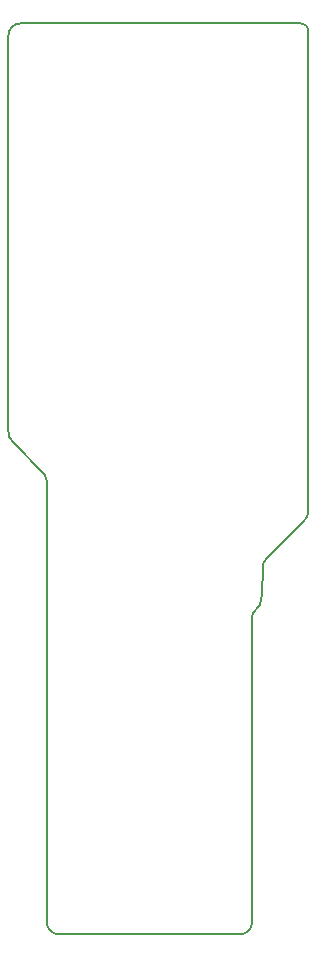
<source format=gm1>
G04 #@! TF.GenerationSoftware,KiCad,Pcbnew,5.1.8-db9833491~88~ubuntu16.04.1*
G04 #@! TF.CreationDate,2020-12-23T08:51:26-07:00*
G04 #@! TF.ProjectId,PoNS,506f4e53-2e6b-4696-9361-645f70636258,rev?*
G04 #@! TF.SameCoordinates,Original*
G04 #@! TF.FileFunction,Profile,NP*
%FSLAX46Y46*%
G04 Gerber Fmt 4.6, Leading zero omitted, Abs format (unit mm)*
G04 Created by KiCad (PCBNEW 5.1.8-db9833491~88~ubuntu16.04.1) date 2020-12-23 08:51:26*
%MOMM*%
%LPD*%
G01*
G04 APERTURE LIST*
G04 #@! TA.AperFunction,Profile*
%ADD10C,0.150000*%
G04 #@! TD*
G04 APERTURE END LIST*
D10*
X158313591Y-109118400D02*
X158372723Y-106692557D01*
X158313591Y-109118400D02*
G75*
G02*
X157581598Y-110540799I-1747991J0D01*
G01*
X157480000Y-110845600D02*
G75*
G02*
X157581599Y-110540800I507999J1D01*
G01*
X157480000Y-136753600D02*
X157480000Y-110845600D01*
X136855200Y-64617600D02*
X136855200Y-65227200D01*
X161645600Y-60655200D02*
G75*
G02*
X162255200Y-61264800I0J-609600D01*
G01*
X149860000Y-60655200D02*
X161645600Y-60655200D01*
X140614400Y-60655200D02*
X149860000Y-60655200D01*
X137871200Y-60655200D02*
X140614400Y-60655200D01*
X137180613Y-96007583D02*
X139918010Y-98844458D01*
X136855200Y-61671200D02*
G75*
G02*
X137871200Y-60655200I1016000J0D01*
G01*
X136855200Y-64617600D02*
X136855200Y-61671200D01*
X162255200Y-67360800D02*
X162255200Y-61264800D01*
X136855200Y-78638400D02*
X136855200Y-65227200D01*
X136855200Y-81076800D02*
X136855200Y-78638400D01*
X136855200Y-87680800D02*
X136855200Y-81076800D01*
X162255200Y-86563200D02*
X162255200Y-67360800D01*
X136855200Y-95199200D02*
X136855200Y-87680800D01*
X137180613Y-96007583D02*
G75*
G02*
X136855200Y-95199200I588986J706784D01*
G01*
X139918010Y-98844458D02*
G75*
G02*
X140106400Y-99364800I-624410J-520342D01*
G01*
X140106400Y-107391200D02*
X140106400Y-99364800D01*
X162255200Y-101803200D02*
X162255200Y-86563200D01*
X161730498Y-102922190D02*
X158699828Y-105981358D01*
X162255200Y-101803199D02*
G75*
G02*
X161730498Y-102922190I-1235901J-102992D01*
G01*
X158372723Y-106692557D02*
G75*
G02*
X158699828Y-105981358I936704J0D01*
G01*
X141122400Y-137769600D02*
X156464000Y-137769600D01*
X140106400Y-136753600D02*
X140106400Y-107391200D01*
X141122400Y-137769600D02*
G75*
G02*
X140106400Y-136753600I0J1016000D01*
G01*
X157480000Y-136753600D02*
G75*
G02*
X156464000Y-137769600I-1016000J0D01*
G01*
M02*

</source>
